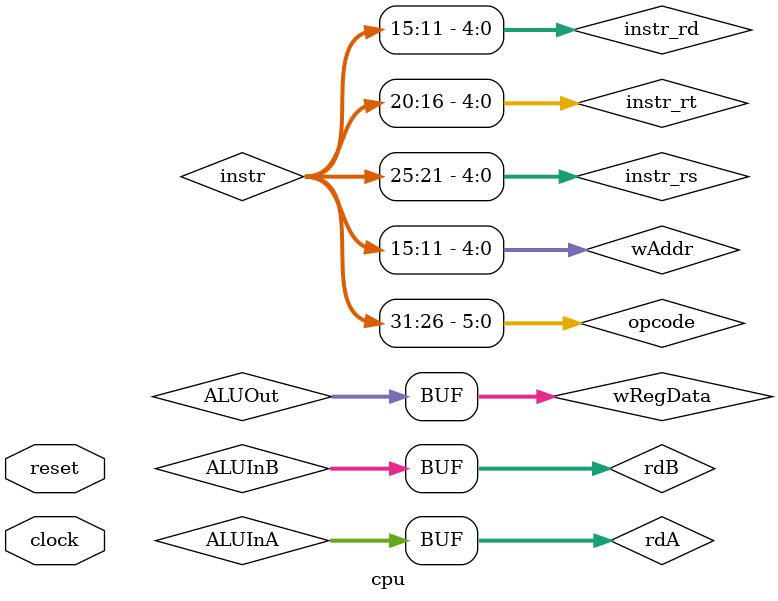
<source format=v>
`timescale 1ns/1ps

module cpu (input clock, input reset);
 reg [31:0] PC; 
 reg IMemRead;
 wire [31:0] instr, ALUInA, ALUInB, ALUOut, rdA, rdB, wRegData, DMemOut;
 wire [3:0] ALUOp;
 wire RegWrite;
 wire [5:0] opcode, func;
 wire [4:0] instr_rs, instr_rt, instr_rd;
 wire [4:0] wAddr;
 
 wire zero;

 always @(posedge clock or negedge reset)
  begin 
    if (reset == 1'b0)
      begin
       PC <= -4; // why is it negative?
      end
	else     
       PC <= PC + 4 ;      
  end
  
assign opcode = instr[31:26] ;
assign func = instr[5:0] ;
assign instr_rs = instr[25:21] ;
assign instr_rt = instr[20:16] ;
assign instr_rd = instr[15:11] ;

assign wAddr = instr_rd ;
assign ALUInA = rdA ;
assign ALUInB = rdB ;
assign wRegData = ALUOut ;
//assign wRegData = (MemToReg == 1'b0) ? ALUOut : DMemOut;

// MIPS ALU
// Instantiate 32-bit ALU
ALU #(.N(32)) ALUInst (.out(ALUOut), .zero(zero), .inA(rdA), .inB(rdB), .op(ALUOp));


// Register file
// Instantiate Register File
RegFile cpu_regs(clock, reset, instr_rs, instr_rt, instr_rd, RegWrite, ALUOut, rdA, rdB);

// Instruction memory 1KB
Memory cpu_IMem( 1'b1/**/ , 1'b0/**/ , PC>>2, 32'b0/**/, instr);

// Control Unit 
fsm cpu_fsm (RegWrite, ALUOp, opcode, func);
            

endmodule

</source>
